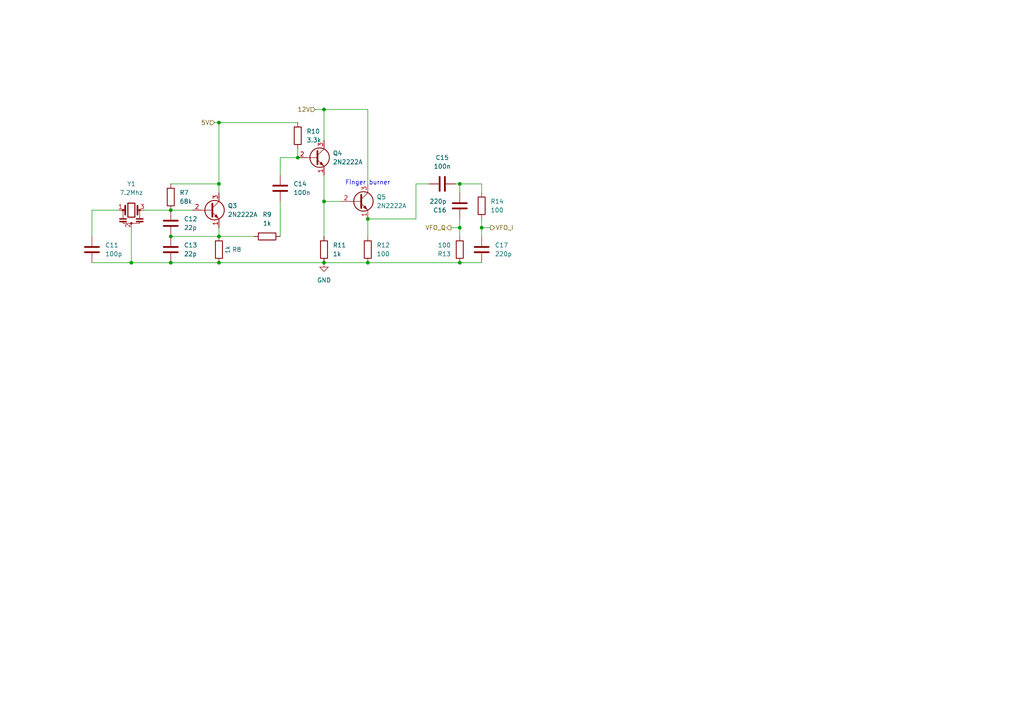
<source format=kicad_sch>
(kicad_sch (version 20250114) (generator "eeschema") (generator_version "9.0")
  (paper "A4")
  (lib_symbols
    (symbol "Device:C" (pin_numbers (hide yes)) (pin_names (offset 0.254))
      (property "Reference" "C" (at 0.635 2.54 0))
      (property "Value" "C" (at 0.635 -2.54 0))
      (symbol "C_0_1"
        (polyline (pts (xy -2.032 0.762) (xy 2.032 0.762)) (stroke (width 0.508)))
        (polyline (pts (xy -2.032 -0.762) (xy 2.032 -0.762)) (stroke (width 0.508)))
      )
      (symbol "C_1_1"
        (pin passive line (at 0 3.81 270) (length 2.794) (name "~") (number "1"))
        (pin passive line (at 0 -3.81 90) (length 2.794) (name "~") (number "2"))
      )
    )
    (symbol "Device:R" (pin_numbers (hide yes)) (pin_names (offset 0))
      (property "Reference" "R" (at 2.032 0 90))
      (property "Value" "R" (at 0 0 90))
      (symbol "R_0_1"
        (rectangle (start -1.016 -2.54) (end 1.016 2.54) (stroke (width 0.254)))
      )
      (symbol "R_1_1"
        (pin passive line (at 0 3.81 270) (length 1.27) (name "~") (number "1"))
        (pin passive line (at 0 -3.81 90) (length 1.27) (name "~") (number "2"))
      )
    )
    (symbol "Device:Resonator" (pin_names (offset 1.016) (hide yes))
      (property "Reference" "Y" (at 0 5.715 0))
      (property "Value" "Resonator" (at 0 3.81 0))
      (symbol "Resonator_0_1"
        (rectangle (start -3.429 -2.413) (end -1.397 -2.667) (fill (type outline)))
        (rectangle (start -3.429 -3.175) (end -1.397 -3.429) (fill (type outline)))
        (circle (center -2.413 0) (radius 0.254) (fill (type outline)))
        (polyline (pts (xy -2.413 -2.413) (xy -2.413 0)))
        (polyline (pts (xy -1.905 0) (xy -3.175 0)))
        (polyline (pts (xy -1.778 -1.27) (xy -1.778 1.27)) (stroke (width 0.508)))
        (rectangle (start -1.016 2.032) (end 1.016 -2.032) (stroke (width 0.3048)))
        (circle (center 0 -3.81) (radius 0.254) (fill (type outline)))
        (rectangle (start 1.397 -2.413) (end 3.429 -2.667) (fill (type outline)))
        (rectangle (start 1.397 -3.175) (end 3.429 -3.429) (fill (type outline)))
        (polyline (pts (xy 1.778 -1.27) (xy 1.778 1.27)) (stroke (width 0.508)))
        (polyline (pts (xy 1.905 0) (xy 2.54 0)))
        (polyline (pts (xy 2.413 0) (xy 2.413 -2.54)))
        (circle (center 2.413 0) (radius 0.254) (fill (type outline)))
        (polyline (pts (xy 2.413 -3.302) (xy 2.413 -3.81) (xy -2.413 -3.81) (xy -2.413 -3.302)))
      )
      (symbol "Resonator_1_1"
        (pin passive line (at -3.81 0 0) (length 1.27) (name "1") (number "1"))
        (pin passive line (at 0 -5.08 90) (length 1.27) (name "2") (number "2"))
        (pin passive line (at 3.81 0 180) (length 1.27) (name "3") (number "3"))
      )
    )
    (symbol "Transistor_BJT:Q_NPN_EBC" (pin_names (offset 0) (hide yes))
      (property "Reference" "Q" (at 5.08 1.27 0))
      (property "Value" "Q_NPN_EBC" (at 5.08 -1.27 0))
      (symbol "Q_NPN_EBC_0_1"
        (polyline (pts (xy -2.54 0) (xy 0.635 0)))
        (polyline (pts (xy 0.635 1.905) (xy 0.635 -1.905)) (stroke (width 0.508)))
        (circle (center 1.27 0) (radius 2.8194) (stroke (width 0.254)))
      )
      (symbol "Q_NPN_EBC_1_1"
        (polyline (pts (xy 0.635 0.635) (xy 2.54 2.54)))
        (polyline (pts (xy 0.635 -0.635) (xy 2.54 -2.54)))
        (polyline (pts (xy 1.27 -1.778) (xy 1.778 -1.27) (xy 2.286 -2.286) (xy 1.27 -1.778)) (fill (type outline)))
        (pin input line (at -5.08 0 0) (length 2.54) (name "B") (number "2"))
        (pin passive line (at 2.54 5.08 270) (length 2.54) (name "C") (number "3"))
        (pin passive line (at 2.54 -5.08 90) (length 2.54) (name "E") (number "1"))
      )
    )
    (symbol "power:GND" (power) (pin_numbers (hide yes)) (pin_names (offset 0) (hide yes))
      (property "Value" "GND" (at 0 -3.81 0))
      (symbol "GND_0_1"
        (polyline (pts (xy 0 0) (xy 0 -1.27) (xy 1.27 -1.27) (xy 0 -2.54) (xy -1.27 -1.27) (xy 0 -1.27)))
      )
      (symbol "GND_1_1"
        (pin power_in line (at 0 0 270) (length 0) (name "~") (number "1"))
      )
    )
  )
  (text "Finger burner" (at 106.68 53.086 0) (effects (font (size 1.27 1.27))))
  (junction (at 38.1 76.2))
  (junction (at 63.5 76.2))
  (junction (at 93.98 76.2))
  (junction (at 63.5 68.58))
  (junction (at 106.68 63.5))
  (junction (at 139.7 66.04))
  (junction (at 133.35 76.2))
  (junction (at 86.36 45.72))
  (junction (at 49.53 76.2))
  (junction (at 49.53 68.58))
  (junction (at 93.98 31.75))
  (junction (at 133.35 53.34))
  (junction (at 63.5 35.56))
  (junction (at 133.35 66.04))
  (junction (at 106.68 76.2))
  (junction (at 49.53 60.96))
  (junction (at 93.98 58.42))
  (junction (at 63.5 53.34))
  (wire (pts (xy 93.98 76.2) (xy 106.68 76.2)))
  (wire (pts (xy 41.91 60.96) (xy 49.53 60.96)))
  (wire (pts (xy 49.53 76.2) (xy 63.5 76.2)))
  (wire (pts (xy 81.28 45.72) (xy 86.36 45.72)))
  (wire (pts (xy 93.98 31.75) (xy 93.98 40.64)))
  (wire (pts (xy 55.88 60.96) (xy 49.53 60.96)))
  (wire (pts (xy 73.66 68.58) (xy 63.5 68.58)))
  (wire (pts (xy 49.53 53.34) (xy 63.5 53.34)))
  (wire (pts (xy 86.36 43.18) (xy 86.36 45.72)))
  (wire (pts (xy 38.1 66.04) (xy 38.1 76.2)))
  (wire (pts (xy 120.65 53.34) (xy 124.46 53.34)))
  (wire (pts (xy 139.7 55.88) (xy 139.7 53.34)))
  (wire (pts (xy 132.08 53.34) (xy 133.35 53.34)))
  (wire (pts (xy 106.68 53.34) (xy 106.68 31.75)))
  (wire (pts (xy 26.67 76.2) (xy 38.1 76.2)))
  (wire (pts (xy 26.67 60.96) (xy 26.67 68.58)))
  (wire (pts (xy 139.7 66.04) (xy 139.7 68.58)))
  (wire (pts (xy 93.98 68.58) (xy 93.98 58.42)))
  (wire (pts (xy 106.68 76.2) (xy 133.35 76.2)))
  (wire (pts (xy 93.98 50.8) (xy 93.98 58.42)))
  (wire (pts (xy 63.5 66.04) (xy 63.5 68.58)))
  (wire (pts (xy 133.35 53.34) (xy 133.35 55.88)))
  (wire (pts (xy 142.24 66.04) (xy 139.7 66.04)))
  (wire (pts (xy 99.06 58.42) (xy 93.98 58.42)))
  (wire (pts (xy 34.29 60.96) (xy 26.67 60.96)))
  (wire (pts (xy 133.35 76.2) (xy 139.7 76.2)))
  (wire (pts (xy 38.1 76.2) (xy 49.53 76.2)))
  (wire (pts (xy 62.23 35.56) (xy 63.5 35.56)))
  (wire (pts (xy 139.7 63.5) (xy 139.7 66.04)))
  (wire (pts (xy 133.35 66.04) (xy 133.35 68.58)))
  (wire (pts (xy 81.28 58.42) (xy 81.28 68.58)))
  (wire (pts (xy 120.65 53.34) (xy 120.65 63.5)))
  (wire (pts (xy 130.81 66.04) (xy 133.35 66.04)))
  (wire (pts (xy 106.68 31.75) (xy 93.98 31.75)))
  (wire (pts (xy 81.28 50.8) (xy 81.28 45.72)))
  (wire (pts (xy 106.68 68.58) (xy 106.68 63.5)))
  (wire (pts (xy 133.35 63.5) (xy 133.35 66.04)))
  (wire (pts (xy 91.44 31.75) (xy 93.98 31.75)))
  (wire (pts (xy 120.65 63.5) (xy 106.68 63.5)))
  (wire (pts (xy 63.5 53.34) (xy 63.5 55.88)))
  (wire (pts (xy 139.7 53.34) (xy 133.35 53.34)))
  (wire (pts (xy 63.5 35.56) (xy 86.36 35.56)))
  (wire (pts (xy 63.5 76.2) (xy 93.98 76.2)))
  (wire (pts (xy 63.5 68.58) (xy 49.53 68.58)))
  (wire (pts (xy 63.5 35.56) (xy 63.5 53.34)))
  (hierarchical_label "12V" (shape input) (at 91.44 31.75 180))
  (hierarchical_label "VFO_Q" (shape output) (at 130.81 66.04 180))
  (hierarchical_label "VFO_I" (shape output) (at 142.24 66.04 0))
  (hierarchical_label "5V" (shape input) (at 62.23 35.56 180))
  (symbol (lib_id "Transistor_BJT:Q_NPN_EBC") (at 60.96 60.96 0) (unit 1)
    (property "Reference" "Q3" (at 66.04 59.6899 0) (effects (justify left)))
    (property "Value" "2N2222A" (at 66.04 62.2299 0) (effects (justify left)))
    (property "Description" "NPN transistor, emitter/base/collector" (effects (hide yes)))
  )
  (symbol (lib_id "Device:R") (at 63.5 72.39 0) (unit 1)
    (property "Reference" "R8" (at 67.31 72.39 0) (effects (justify left)))
    (property "Value" "1k" (at 66.04 73.6599 90) (effects (justify left)))
    (property "Description" "Resistor" (effects (hide yes)))
  )
  (symbol (lib_id "Device:R") (at 93.98 72.39 0) (unit 1)
    (property "Reference" "R11" (at 96.52 71.1199 0) (effects (justify left)))
    (property "Value" "1k" (at 96.52 73.6599 0) (effects (justify left)))
    (property "Description" "Resistor" (effects (hide yes)))
  )
  (symbol (lib_id "Device:C") (at 49.53 64.77 0) (unit 1)
    (property "Reference" "C12" (at 53.34 63.4999 0) (effects (justify left)))
    (property "Value" "22p" (at 53.34 66.0399 0) (effects (justify left)))
    (property "Description" "Unpolarized capacitor" (effects (hide yes)))
  )
  (symbol (lib_id "Device:C") (at 26.67 72.39 0) (unit 1)
    (property "Reference" "C11" (at 30.48 71.1199 0) (effects (justify left)))
    (property "Value" "100p" (at 30.48 73.6599 0) (effects (justify left)))
    (property "Description" "Unpolarized capacitor" (effects (hide yes)))
  )
  (symbol (lib_id "Device:C") (at 49.53 72.39 0) (unit 1)
    (property "Reference" "C13" (at 53.34 71.1199 0) (effects (justify left)))
    (property "Value" "22p" (at 53.34 73.6599 0) (effects (justify left)))
    (property "Description" "Unpolarized capacitor" (effects (hide yes)))
  )
  (symbol (lib_id "Device:R") (at 133.35 72.39 180) (unit 1)
    (property "Reference" "R13" (at 130.81 73.6601 0) (effects (justify left)))
    (property "Value" "100" (at 130.81 71.1201 0) (effects (justify left)))
    (property "Description" "Resistor" (effects (hide yes)))
  )
  (symbol (lib_id "Device:C") (at 139.7 72.39 0) (unit 1)
    (property "Reference" "C17" (at 143.51 71.1199 0) (effects (justify left)))
    (property "Value" "220p" (at 143.51 73.6599 0) (effects (justify left)))
    (property "Description" "Unpolarized capacitor" (effects (hide yes)))
  )
  (symbol (lib_id "Transistor_BJT:Q_NPN_EBC") (at 91.44 45.72 0) (unit 1)
    (property "Reference" "Q4" (at 96.52 44.4499 0) (effects (justify left)))
    (property "Value" "2N2222A" (at 96.52 46.9899 0) (effects (justify left)))
    (property "Description" "NPN transistor, emitter/base/collector" (effects (hide yes)))
  )
  (symbol (lib_id "Device:R") (at 49.53 57.15 0) (unit 1)
    (property "Reference" "R7" (at 52.07 55.8799 0) (effects (justify left)))
    (property "Value" "68k" (at 52.07 58.4199 0) (effects (justify left)))
    (property "Description" "Resistor" (effects (hide yes)))
  )
  (symbol (lib_id "Device:R") (at 139.7 59.69 0) (unit 1)
    (property "Reference" "R14" (at 142.24 58.4199 0) (effects (justify left)))
    (property "Value" "100" (at 142.24 60.9599 0) (effects (justify left)))
    (property "Description" "Resistor" (effects (hide yes)))
  )
  (symbol (lib_id "Transistor_BJT:Q_NPN_EBC") (at 104.14 58.42 0) (unit 1)
    (property "Reference" "Q5" (at 109.22 57.1499 0) (effects (justify left)))
    (property "Value" "2N2222A" (at 109.22 59.6899 0) (effects (justify left)))
    (property "Description" "NPN transistor, emitter/base/collector" (effects (hide yes)))
  )
  (symbol (lib_id "Device:R") (at 106.68 72.39 0) (unit 1)
    (property "Reference" "R12" (at 109.22 71.1199 0) (effects (justify left)))
    (property "Value" "100" (at 109.22 73.6599 0) (effects (justify left)))
    (property "Description" "Resistor" (effects (hide yes)))
  )
  (symbol (lib_id "Device:R") (at 86.36 39.37 180) (unit 1)
    (property "Reference" "R10" (at 88.9 38.0999 0) (effects (justify right)))
    (property "Value" "3.3k" (at 88.9 40.6399 0) (effects (justify right)))
    (property "Description" "Resistor" (effects (hide yes)))
  )
  (symbol (lib_id "Device:C") (at 128.27 53.34 90) (unit 1)
    (property "Reference" "C15" (at 128.27 45.72 90))
    (property "Value" "100n" (at 128.27 48.26 90))
    (property "Description" "Unpolarized capacitor" (effects (hide yes)))
  )
  (symbol (lib_id "Device:R") (at 77.47 68.58 90) (unit 1)
    (property "Reference" "R9" (at 77.47 62.23 90))
    (property "Value" "1k" (at 77.47 64.77 90))
    (property "Description" "Resistor" (effects (hide yes)))
  )
  (symbol (lib_id "power:GND") (at 93.98 76.2 0) (unit 1)
    (property "Reference" "#PWR03" (effects (hide yes)))
    (property "Value" "GND" (at 93.98 81.28 0))
    (property "Description" "Power symbol creates a global label with name \"GND\" , ground" (effects (hide yes)))
  )
  (symbol (lib_id "Device:C") (at 81.28 54.61 180) (unit 1)
    (property "Reference" "C14" (at 85.09 53.3399 0) (effects (justify right)))
    (property "Value" "100n" (at 85.09 55.8799 0) (effects (justify right)))
    (property "Description" "Unpolarized capacitor" (effects (hide yes)))
  )
  (symbol (lib_id "Device:C") (at 133.35 59.69 180) (unit 1)
    (property "Reference" "C16" (at 129.54 60.9601 0) (effects (justify left)))
    (property "Value" "220p" (at 129.54 58.4201 0) (effects (justify left)))
    (property "Description" "Unpolarized capacitor" (effects (hide yes)))
  )
  (symbol (lib_id "Device:Resonator") (at 38.1 60.96 0) (unit 1)
    (property "Reference" "Y1" (at 38.1 53.34 0))
    (property "Value" "7.2Mhz" (at 38.1 55.88 0))
    (property "Description" "Three pin ceramic resonator" (effects (hide yes)))
  )
)
</source>
